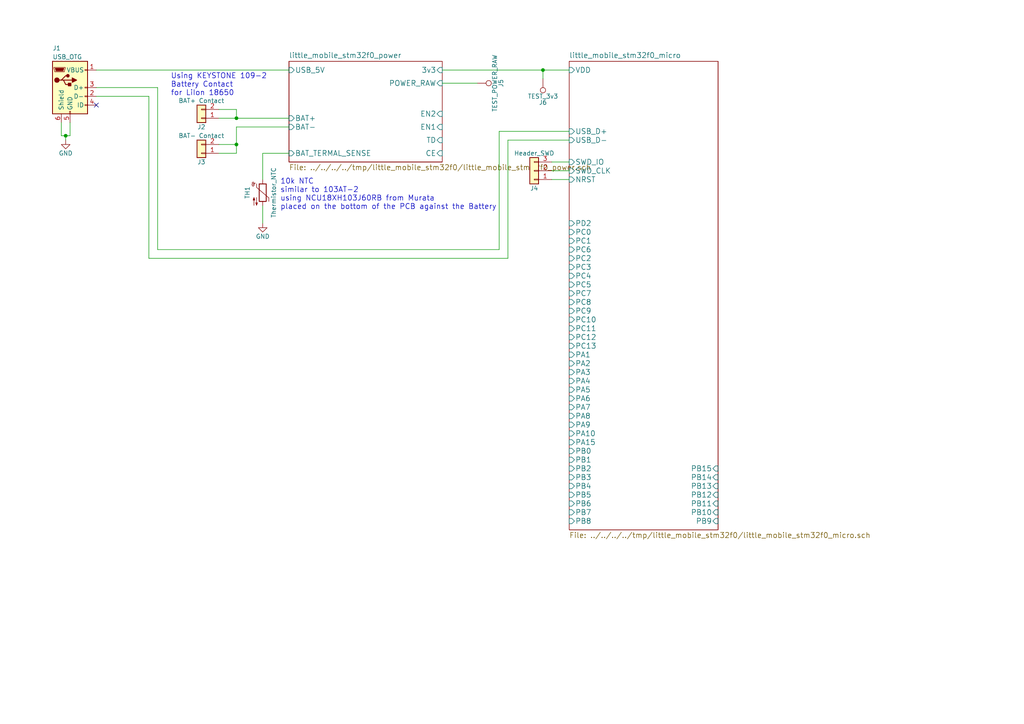
<source format=kicad_sch>
(kicad_sch (version 20230121) (generator eeschema)
  (paper "A4")
  (lib_symbols
    (symbol "little_mobile_stm32f0-rescue:Conn_01x02" (pin_names (offset 1.016) hide)
      (property "Reference" "J" (at 0 2.54 0))
      (property "Value" "Conn_01x02" (at 0 -5.08 0))
      (symbol "Conn_01x02_1_1"
        (rectangle (start -1.27 -2.413) (end 0 -2.667) (stroke (width 0.1524)))
        (rectangle (start -1.27 0.127) (end 0 -0.127) (stroke (width 0.1524)))
        (rectangle (start -1.27 1.27) (end 1.27 -3.81) (stroke (width 0.254)) (fill (type background)))
        (pin passive line (at -5.08 0 0) (length 3.81) (name "Pin_1") (number "1"))
        (pin passive line (at -5.08 -2.54 0) (length 3.81) (name "Pin_2") (number "2"))
      )
    )
    (symbol "little_mobile_stm32f0-rescue:Conn_01x03" (pin_names (offset 1.016) hide)
      (property "Reference" "J" (at 0 5.08 0))
      (property "Value" "Conn_01x03" (at 0 -5.08 0))
      (symbol "Conn_01x03_1_1"
        (rectangle (start -1.27 -2.413) (end 0 -2.667) (stroke (width 0.1524)))
        (rectangle (start -1.27 0.127) (end 0 -0.127) (stroke (width 0.1524)))
        (rectangle (start -1.27 2.667) (end 0 2.413) (stroke (width 0.1524)))
        (rectangle (start -1.27 3.81) (end 1.27 -3.81) (stroke (width 0.254)) (fill (type background)))
        (pin passive line (at -5.08 2.54 0) (length 3.81) (name "Pin_1") (number "1"))
        (pin passive line (at -5.08 0 0) (length 3.81) (name "Pin_2") (number "2"))
        (pin passive line (at -5.08 -2.54 0) (length 3.81) (name "Pin_3") (number "3"))
      )
    )
    (symbol "little_mobile_stm32f0-rescue:GND" (power) (pin_names (offset 0))
      (property "Value" "GND" (at 0 -3.81 0))
      (symbol "GND_0_1"
        (polyline (pts (xy 0 0) (xy 0 -1.27) (xy 1.27 -1.27) (xy 0 -2.54) (xy -1.27 -1.27) (xy 0 -1.27)))
      )
      (symbol "GND_1_1"
        (pin power_in line (at 0 0 270) (length 0) hide (name "GND") (number "1"))
      )
    )
    (symbol "little_mobile_stm32f0-rescue:TEST_1P" (pin_numbers hide) (pin_names (offset 0.762) hide)
      (property "Reference" "J" (at 0 6.858 0))
      (property "Value" "TEST_1P" (at 0 5.08 0))
      (symbol "TEST_1P_0_1"
        (circle (center 0 3.302) (radius 0.762))
      )
      (symbol "TEST_1P_1_1"
        (pin passive line (at 0 0 90) (length 2.54) (name "1") (number "1"))
      )
    )
    (symbol "little_mobile_stm32f0-rescue:Thermistor_NTC" (pin_numbers hide) (pin_names (offset 0))
      (property "Reference" "TH" (at -4.445 0 90))
      (property "Value" "Thermistor_NTC" (at 3.175 0 90))
      (symbol "Thermistor_NTC_0_1"
        (arc (start -3.048 2.159) (mid -3.0495 2.3143) (end -3.175 2.413))
        (arc (start -3.048 2.159) (mid -2.9736 1.9794) (end -2.794 1.905))
        (arc (start -3.048 2.794) (mid -2.9736 2.6144) (end -2.794 2.54))
        (arc (start -2.794 1.905) (mid -2.6144 1.9794) (end -2.54 2.159))
        (arc (start -2.794 2.54) (mid -2.4393 2.5587) (end -2.159 2.794))
        (arc (start -2.794 3.048) (mid -2.9736 2.9736) (end -3.048 2.794))
        (arc (start -2.54 2.794) (mid -2.6144 2.9736) (end -2.794 3.048))
        (rectangle (start -1.016 2.54) (end 1.016 -2.54) (stroke (width 0.254)))
        (polyline (pts (xy -2.54 2.159) (xy -2.54 2.794)))
        (polyline (pts (xy -1.778 2.54) (xy -1.778 1.524) (xy 1.778 -1.524) (xy 1.778 -2.54)))
        (polyline (pts (xy -2.54 -3.683) (xy -2.54 -1.397) (xy -2.794 -2.159) (xy -2.286 -2.159) (xy -2.54 -1.397) (xy -2.54 -1.651)) (fill (type outline)))
        (polyline (pts (xy -1.778 -1.397) (xy -1.778 -3.683) (xy -2.032 -2.921) (xy -1.524 -2.921) (xy -1.778 -3.683) (xy -1.778 -3.429)) (fill (type outline)))
      )
      (symbol "Thermistor_NTC_1_1"
        (pin passive line (at 0 3.81 270) (length 1.27) (name "~") (number "1"))
        (pin passive line (at 0 -3.81 90) (length 1.27) (name "~") (number "2"))
      )
    )
    (symbol "little_mobile_stm32f0-rescue:USB_OTG" (pin_names (offset 1.016))
      (property "Reference" "J" (at -5.08 11.43 0))
      (property "Value" "USB_OTG" (at -5.08 8.89 0))
      (symbol "USB_OTG_0_1"
        (rectangle (start -5.08 -7.62) (end 5.08 7.62) (stroke (width 0.254)) (fill (type background)))
        (circle (center -3.81 2.159) (radius 0.635) (stroke (width 0.254)) (fill (type outline)))
        (circle (center -0.635 3.429) (radius 0.381) (stroke (width 0.254)) (fill (type outline)))
        (rectangle (start -0.127 -7.62) (end 0.127 -6.858))
        (polyline (pts (xy -1.905 2.159) (xy 0.635 2.159)) (stroke (width 0.254)))
        (polyline (pts (xy -3.175 2.159) (xy -2.54 2.159) (xy -1.27 3.429) (xy -0.635 3.429)) (stroke (width 0.254)))
        (polyline (pts (xy -2.54 2.159) (xy -1.905 2.159) (xy -1.27 0.889) (xy 0 0.889)) (stroke (width 0.254)))
        (polyline (pts (xy 0.635 2.794) (xy 0.635 1.524) (xy 1.905 2.159) (xy 0.635 2.794)) (stroke (width 0.254)) (fill (type outline)))
        (polyline (pts (xy -4.318 5.588) (xy -1.778 5.588) (xy -2.032 4.826) (xy -4.064 4.826) (xy -4.318 5.588)) (fill (type outline)))
        (polyline (pts (xy -4.699 5.842) (xy -4.699 5.588) (xy -4.445 4.826) (xy -4.445 4.572) (xy -1.651 4.572) (xy -1.651 4.826) (xy -1.397 5.588) (xy -1.397 5.842) (xy -4.699 5.842)))
        (rectangle (start 0.254 1.27) (end -0.508 0.508) (stroke (width 0.254)) (fill (type outline)))
        (rectangle (start 5.08 -5.207) (end 4.318 -4.953))
        (rectangle (start 5.08 -2.667) (end 4.318 -2.413))
        (rectangle (start 5.08 -0.127) (end 4.318 0.127))
        (rectangle (start 5.08 4.953) (end 4.318 5.207))
      )
      (symbol "USB_OTG_1_1"
        (pin power_in line (at 7.62 5.08 180) (length 2.54) (name "VBUS") (number "1"))
        (pin passive line (at 7.62 -2.54 180) (length 2.54) (name "D-") (number "2"))
        (pin passive line (at 7.62 0 180) (length 2.54) (name "D+") (number "3"))
        (pin passive line (at 7.62 -5.08 180) (length 2.54) (name "ID") (number "4"))
        (pin power_in line (at 0 -10.16 90) (length 2.54) (name "GND") (number "5"))
        (pin passive line (at -2.54 -10.16 90) (length 2.54) (name "Shield") (number "6"))
      )
    )
  )
  (junction (at 68.58 34.29))
  (junction (at 68.58 41.91))
  (junction (at 157.48 20.32))
  (junction (at 19.05 39.37))
  (no_connect (at 27.94 30.48))
  (wire (pts (xy 43.18 74.93) (xy 147.32 74.93)))
  (wire (pts (xy 160.02 46.99) (xy 165.1 46.99)))
  (wire (pts (xy 17.78 35.56) (xy 17.78 39.37)))
  (wire (pts (xy 68.58 41.91) (xy 68.58 44.45)))
  (wire (pts (xy 27.94 27.94) (xy 43.18 27.94)))
  (wire (pts (xy 76.2 44.45) (xy 76.2 52.07)))
  (wire (pts (xy 147.32 74.93) (xy 147.32 40.64)))
  (wire (pts (xy 19.05 39.37) (xy 20.32 39.37)))
  (wire (pts (xy 160.02 49.53) (xy 165.1 49.53)))
  (wire (pts (xy 68.58 31.75) (xy 68.58 34.29)))
  (wire (pts (xy 128.27 24.13) (xy 138.43 24.13)))
  (wire (pts (xy 144.78 38.1) (xy 144.78 72.39)))
  (wire (pts (xy 157.48 22.86) (xy 157.48 20.32)))
  (wire (pts (xy 43.18 27.94) (xy 43.18 74.93)))
  (wire (pts (xy 165.1 38.1) (xy 144.78 38.1)))
  (wire (pts (xy 68.58 36.83) (xy 68.58 41.91)))
  (wire (pts (xy 68.58 44.45) (xy 63.5 44.45)))
  (wire (pts (xy 76.2 59.69) (xy 76.2 64.77)))
  (wire (pts (xy 63.5 41.91) (xy 68.58 41.91)))
  (wire (pts (xy 157.48 20.32) (xy 165.1 20.32)))
  (wire (pts (xy 27.94 20.32) (xy 83.82 20.32)))
  (wire (pts (xy 68.58 36.83) (xy 83.82 36.83)))
  (wire (pts (xy 83.82 44.45) (xy 76.2 44.45)))
  (wire (pts (xy 45.72 72.39) (xy 45.72 25.4)))
  (wire (pts (xy 19.05 40.64) (xy 19.05 39.37)))
  (wire (pts (xy 144.78 72.39) (xy 45.72 72.39)))
  (wire (pts (xy 147.32 40.64) (xy 165.1 40.64)))
  (wire (pts (xy 45.72 25.4) (xy 27.94 25.4)))
  (wire (pts (xy 68.58 34.29) (xy 83.82 34.29)))
  (wire (pts (xy 63.5 31.75) (xy 68.58 31.75)))
  (wire (pts (xy 63.5 34.29) (xy 68.58 34.29)))
  (wire (pts (xy 128.27 20.32) (xy 157.48 20.32)))
  (wire (pts (xy 17.78 39.37) (xy 19.05 39.37)))
  (wire (pts (xy 160.02 52.07) (xy 165.1 52.07)))
  (wire (pts (xy 20.32 39.37) (xy 20.32 35.56)))
  (text "10k NTC\nsimilar to 103AT-2\nusing NCU18XH103J60RB from Murata\nplaced on the bottom of the PCB against the Battery " (at 81.28 60.96 0) (effects (font (size 1.524 1.524)) (justify left bottom)))
  (text "Using KEYSTONE 109-2 \nBattery Contact\nfor LiIon 18650" (at 49.53 27.94 0) (effects (font (size 1.524 1.524)) (justify left bottom)))
  (symbol (lib_id "little_mobile_stm32f0-rescue:Conn_01x02") (at 58.42 34.29 180) (unit 1)
    (property "Reference" "J2" (at 58.42 36.83 0))
    (property "Value" "BAT+ Contact" (at 58.42 29.21 0))
    (property "Footprint" "little_mobile_stm32f0:KEYSTONE_109-2_Battery_Contact" (effects hide))
  )
  (symbol (lib_id "little_mobile_stm32f0-rescue:Conn_01x02") (at 58.42 44.45 180) (unit 1)
    (property "Reference" "J3" (at 58.42 46.99 0))
    (property "Value" "BAT- Contact" (at 58.42 39.37 0))
    (property "Footprint" "little_mobile_stm32f0:KEYSTONE_109-2_Battery_Contact" (effects hide))
  )
  (symbol (lib_id "little_mobile_stm32f0-rescue:GND") (at 19.05 40.64 0) (unit 1)
    (property "Reference" "#PWR01" (effects hide))
    (property "Value" "GND" (at 19.05 44.45 0))
  )
  (symbol (lib_id "little_mobile_stm32f0-rescue:Thermistor_NTC") (at 76.2 55.88 0) (unit 1)
    (property "Reference" "TH1" (at 71.755 55.88 90))
    (property "Value" "Thermistor_NTC" (at 79.375 55.88 90))
  )
  (symbol (lib_id "little_mobile_stm32f0-rescue:GND") (at 76.2 64.77 0) (unit 1)
    (property "Reference" "#PWR02" (effects hide))
    (property "Value" "GND" (at 76.2 68.58 0))
  )
  (symbol (lib_id "little_mobile_stm32f0-rescue:Conn_01x03") (at 154.94 49.53 180) (unit 1)
    (property "Reference" "J4" (at 154.94 54.61 0))
    (property "Value" "Header_SWD" (at 154.94 44.45 0))
    (property "Footprint" "Pin_Headers:Pin_Header_Straight_1x03_Pitch2.54mm" (effects hide))
  )
  (symbol (lib_id "little_mobile_stm32f0-rescue:USB_OTG") (at 20.32 25.4 0) (unit 1)
    (property "Reference" "J1" (at 15.24 13.97 0) (effects (justify left)))
    (property "Value" "USB_OTG" (at 15.24 16.51 0) (effects (justify left)))
    (property "Footprint" "little_mobile_stm32f0:Molex_1050170001_MicroUSB_B" (effects hide))
  )
  (symbol (lib_id "little_mobile_stm32f0-rescue:TEST_1P") (at 157.48 22.86 180) (unit 1)
    (property "Reference" "J6" (at 157.48 29.718 0))
    (property "Value" "TEST_3v3" (at 157.48 27.94 0))
  )
  (symbol (lib_id "little_mobile_stm32f0-rescue:TEST_1P") (at 138.43 24.13 270) (unit 1)
    (property "Reference" "J5" (at 145.288 24.13 0))
    (property "Value" "TEST_POWER_RAW" (at 143.51 24.13 0))
  )
  (sheet (at 83.82 17.78) (size 44.45 29.21)
    (property "Sheetname" "little_mobile_stm32f0_power" (at 83.82 16.9414 0) (effects (font (size 1.524 1.524)) (justify left bottom)))
    (property "Sheetfile" "../../../../tmp/little_mobile_stm32f0/little_mobile_stm32f0_power.sch" (at 83.82 47.6762 0) (effects (font (size 1.524 1.524)) (justify left top)))
    (pin "USB_5V" input (at 83.82 20.32 180) (effects (font (size 1.524 1.524))))
    (pin "3v3" input (at 128.27 20.32 0) (effects (font (size 1.524 1.524))))
    (pin "POWER_RAW" input (at 128.27 24.13 0) (effects (font (size 1.524 1.524))))
    (pin "EN2" input (at 128.27 33.02 0) (effects (font (size 1.524 1.524))))
    (pin "EN1" input (at 128.27 36.83 0) (effects (font (size 1.524 1.524))))
    (pin "TD" input (at 128.27 40.64 0) (effects (font (size 1.524 1.524))))
    (pin "CE" input (at 128.27 44.45 0) (effects (font (size 1.524 1.524))))
    (pin "BAT-" input (at 83.82 36.83 180) (effects (font (size 1.524 1.524))))
    (pin "BAT+" input (at 83.82 34.29 180) (effects (font (size 1.524 1.524))))
    (pin "BAT_TERMAL_SENSE" input (at 83.82 44.45 180) (effects (font (size 1.524 1.524))))
  )
  (sheet (at 165.1 17.78) (size 43.18 135.89)
    (property "Sheetname" "little_mobile_stm32f0_micro" (at 165.1 16.9414 0) (effects (font (size 1.524 1.524)) (justify left bottom)))
    (property "Sheetfile" "../../../../tmp/little_mobile_stm32f0/little_mobile_stm32f0_micro.sch" (at 165.1 154.3562 0) (effects (font (size 1.524 1.524)) (justify left top)))
    (pin "VDD" input (at 165.1 20.32 180) (effects (font (size 1.524 1.524))))
    (pin "USB_D+" input (at 165.1 38.1 180) (effects (font (size 1.524 1.524))))
    (pin "USB_D-" input (at 165.1 40.64 180) (effects (font (size 1.524 1.524))))
    (pin "SWD_IO" input (at 165.1 46.99 180) (effects (font (size 1.524 1.524))))
    (pin "SWD_CLK" input (at 165.1 49.53 180) (effects (font (size 1.524 1.524))))
    (pin "NRST" input (at 165.1 52.07 180) (effects (font (size 1.524 1.524))))
    (pin "PD2" input (at 165.1 64.77 180) (effects (font (size 1.524 1.524))))
    (pin "PC0" input (at 165.1 67.31 180) (effects (font (size 1.524 1.524))))
    (pin "PC1" input (at 165.1 69.85 180) (effects (font (size 1.524 1.524))))
    (pin "PC6" input (at 165.1 72.39 180) (effects (font (size 1.524 1.524))))
    (pin "PC2" input (at 165.1 74.93 180) (effects (font (size 1.524 1.524))))
    (pin "PC3" input (at 165.1 77.47 180) (effects (font (size 1.524 1.524))))
    (pin "PC4" input (at 165.1 80.01 180) (effects (font (size 1.524 1.524))))
    (pin "PC5" input (at 165.1 82.55 180) (effects (font (size 1.524 1.524))))
    (pin "PC7" input (at 165.1 85.09 180) (effects (font (size 1.524 1.524))))
    (pin "PC8" input (at 165.1 87.63 180) (effects (font (size 1.524 1.524))))
    (pin "PC9" input (at 165.1 90.17 180) (effects (font (size 1.524 1.524))))
    (pin "PC10" input (at 165.1 92.71 180) (effects (font (size 1.524 1.524))))
    (pin "PC11" input (at 165.1 95.25 180) (effects (font (size 1.524 1.524))))
    (pin "PC12" input (at 165.1 97.79 180) (effects (font (size 1.524 1.524))))
    (pin "PC13" input (at 165.1 100.33 180) (effects (font (size 1.524 1.524))))
    (pin "PA1" input (at 165.1 102.87 180) (effects (font (size 1.524 1.524))))
    (pin "PA2" input (at 165.1 105.41 180) (effects (font (size 1.524 1.524))))
    (pin "PA3" input (at 165.1 107.95 180) (effects (font (size 1.524 1.524))))
    (pin "PA4" input (at 165.1 110.49 180) (effects (font (size 1.524 1.524))))
    (pin "PA5" input (at 165.1 113.03 180) (effects (font (size 1.524 1.524))))
    (pin "PA6" input (at 165.1 115.57 180) (effects (font (size 1.524 1.524))))
    (pin "PA7" input (at 165.1 118.11 180) (effects (font (size 1.524 1.524))))
    (pin "PA8" input (at 165.1 120.65 180) (effects (font (size 1.524 1.524))))
    (pin "PA9" input (at 165.1 123.19 180) (effects (font (size 1.524 1.524))))
    (pin "PA10" input (at 165.1 125.73 180) (effects (font (size 1.524 1.524))))
    (pin "PA15" input (at 165.1 128.27 180) (effects (font (size 1.524 1.524))))
    (pin "PB0" input (at 165.1 130.81 180) (effects (font (size 1.524 1.524))))
    (pin "PB1" input (at 165.1 133.35 180) (effects (font (size 1.524 1.524))))
    (pin "PB2" input (at 165.1 135.89 180) (effects (font (size 1.524 1.524))))
    (pin "PB3" input (at 165.1 138.43 180) (effects (font (size 1.524 1.524))))
    (pin "PB4" input (at 165.1 140.97 180) (effects (font (size 1.524 1.524))))
    (pin "PB5" input (at 165.1 143.51 180) (effects (font (size 1.524 1.524))))
    (pin "PB6" input (at 165.1 146.05 180) (effects (font (size 1.524 1.524))))
    (pin "PB7" input (at 165.1 148.59 180) (effects (font (size 1.524 1.524))))
    (pin "PB8" input (at 165.1 151.13 180) (effects (font (size 1.524 1.524))))
    (pin "PB9" input (at 208.28 151.13 0) (effects (font (size 1.524 1.524))))
    (pin "PB10" input (at 208.28 148.59 0) (effects (font (size 1.524 1.524))))
    (pin "PB11" input (at 208.28 146.05 0) (effects (font (size 1.524 1.524))))
    (pin "PB12" input (at 208.28 143.51 0) (effects (font (size 1.524 1.524))))
    (pin "PB13" input (at 208.28 140.97 0) (effects (font (size 1.524 1.524))))
    (pin "PB14" input (at 208.28 138.43 0) (effects (font (size 1.524 1.524))))
    (pin "PB15" input (at 208.28 135.89 0) (effects (font (size 1.524 1.524))))
  )
)
</source>
